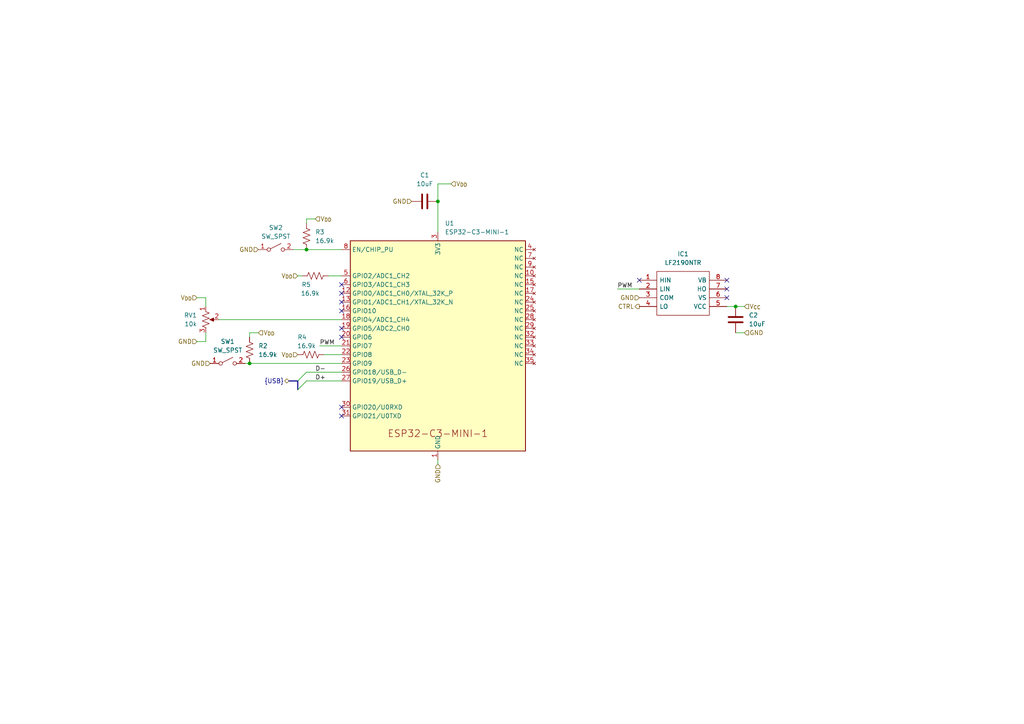
<source format=kicad_sch>
(kicad_sch (version 20211123) (generator eeschema)
  (paper "A4")
  (lib_symbols
    (symbol "Device:C" (pin_numbers hide) (pin_names (offset 0.254))
      (property "Reference" "C" (at 0.635 2.54 0))
      (property "Value" "C" (at 0.635 -2.54 0))
      (symbol "C_0_1"
        (polyline (pts (xy -2.032 -0.762) (xy 2.032 -0.762)) (stroke (width 0.508)))
        (polyline (pts (xy -2.032 0.762) (xy 2.032 0.762)) (stroke (width 0.508)))
      )
      (symbol "C_1_1"
        (pin passive line (at 0 3.81 270) (length 2.794) (name "~") (number "1"))
        (pin passive line (at 0 -3.81 90) (length 2.794) (name "~") (number "2"))
      )
    )
    (symbol "Device:R_Potentiometer_US" (pin_names (offset 1.016) hide)
      (property "Reference" "RV" (at -4.445 0 90))
      (property "Value" "R_Potentiometer_US" (at -2.54 0 90))
      (symbol "R_Potentiometer_US_0_1"
        (polyline (pts (xy 0 -2.286) (xy 0 -2.54)))
        (polyline (pts (xy 0 2.54) (xy 0 2.286)))
        (polyline (pts (xy 2.54 0) (xy 1.524 0)))
        (polyline (pts (xy 1.143 0) (xy 2.286 0.508) (xy 2.286 -0.508) (xy 1.143 0)) (fill (type outline)))
        (polyline (pts (xy 0 -0.762) (xy 1.016 -1.143) (xy 0 -1.524) (xy -1.016 -1.905) (xy 0 -2.286)))
        (polyline (pts (xy 0 0.762) (xy 1.016 0.381) (xy 0 0) (xy -1.016 -0.381) (xy 0 -0.762)))
        (polyline (pts (xy 0 2.286) (xy 1.016 1.905) (xy 0 1.524) (xy -1.016 1.143) (xy 0 0.762)))
      )
      (symbol "R_Potentiometer_US_1_1"
        (pin passive line (at 0 3.81 270) (length 1.27) (name "1") (number "1"))
        (pin passive line (at 3.81 0 180) (length 1.27) (name "2") (number "2"))
        (pin passive line (at 0 -3.81 90) (length 1.27) (name "3") (number "3"))
      )
    )
    (symbol "Device:R_US" (pin_numbers hide) (pin_names (offset 0))
      (property "Reference" "R" (at 2.54 0 90))
      (property "Value" "R_US" (at -2.54 0 90))
      (symbol "R_US_0_1"
        (polyline (pts (xy 0 -2.286) (xy 0 -2.54)))
        (polyline (pts (xy 0 2.286) (xy 0 2.54)))
        (polyline (pts (xy 0 -0.762) (xy 1.016 -1.143) (xy 0 -1.524) (xy -1.016 -1.905) (xy 0 -2.286)))
        (polyline (pts (xy 0 0.762) (xy 1.016 0.381) (xy 0 0) (xy -1.016 -0.381) (xy 0 -0.762)))
        (polyline (pts (xy 0 2.286) (xy 1.016 1.905) (xy 0 1.524) (xy -1.016 1.143) (xy 0 0.762)))
      )
      (symbol "R_US_1_1"
        (pin passive line (at 0 3.81 270) (length 1.27) (name "~") (number "1"))
        (pin passive line (at 0 -3.81 90) (length 1.27) (name "~") (number "2"))
      )
    )
    (symbol "Espressif:ESP32-C3-MINI-1"
      (property "Reference" "U" (at -25.4 35.56 0))
      (property "Value" "ESP32-C3-MINI-1" (at -25.4 33.02 0))
      (symbol "ESP32-C3-MINI-1_0_0"
        (text "ESP32-C3-MINI-1" (at 0 -25.4 0) (effects (font (size 2 2))))
      )
      (symbol "ESP32-C3-MINI-1_0_1"
        (rectangle (start -25.4 30.48) (end 25.4 -30.48) (stroke (width 0.254)) (fill (type background)))
      )
      (symbol "ESP32-C3-MINI-1_1_1"
        (pin power_in line (at 0 -33.02 90) (length 2.54) (name "GND") (number "1"))
        (pin no_connect line (at 27.94 20.32 180) (length 2.54) (name "NC") (number "10"))
        (pin passive line (at 0 -33.02 90) (length 2.54) hide (name "GND") (number "11"))
        (pin bidirectional line (at -27.94 15.24 0) (length 2.54) (name "GPIO0/ADC1_CH0/XTAL_32K_P") (number "12"))
        (pin bidirectional line (at -27.94 12.7 0) (length 2.54) (name "GPIO1/ADC1_CH1/XTAL_32K_N") (number "13"))
        (pin passive line (at 0 -33.02 90) (length 2.54) hide (name "GND") (number "14"))
        (pin no_connect line (at 27.94 17.78 180) (length 2.54) (name "NC") (number "15"))
        (pin bidirectional line (at -27.94 10.16 0) (length 2.54) (name "GPIO10") (number "16"))
        (pin no_connect line (at 27.94 15.24 180) (length 2.54) (name "NC") (number "17"))
        (pin bidirectional line (at -27.94 7.62 0) (length 2.54) (name "GPIO4/ADC1_CH4") (number "18"))
        (pin bidirectional line (at -27.94 5.08 0) (length 2.54) (name "GPIO5/ADC2_CH0") (number "19"))
        (pin passive line (at -0.0198 -33.1128 90) (length 2.54) hide (name "GND") (number "2"))
        (pin bidirectional line (at -27.94 2.54 0) (length 2.54) (name "GPIO6") (number "20"))
        (pin bidirectional line (at -27.94 0 0) (length 2.54) (name "GPIO7") (number "21"))
        (pin bidirectional line (at -27.94 -2.54 0) (length 2.54) (name "GPIO8") (number "22"))
        (pin bidirectional line (at -27.94 -5.08 0) (length 2.54) (name "GPIO9") (number "23"))
        (pin no_connect line (at 27.94 12.7 180) (length 2.54) (name "NC") (number "24"))
        (pin no_connect line (at 27.94 10.16 180) (length 2.54) (name "NC") (number "25"))
        (pin bidirectional line (at -27.94 -7.62 0) (length 2.54) (name "GPIO18/USB_D-") (number "26"))
        (pin bidirectional line (at -27.94 -10.16 0) (length 2.54) (name "GPIO19/USB_D+") (number "27"))
        (pin no_connect line (at 27.94 7.62 180) (length 2.54) (name "NC") (number "28"))
        (pin no_connect line (at 27.94 5.08 180) (length 2.54) (name "NC") (number "29"))
        (pin power_in line (at 0 33.02 270) (length 2.54) (name "3V3") (number "3"))
        (pin bidirectional line (at -27.94 -17.78 0) (length 2.54) (name "GPIO20/U0RXD") (number "30"))
        (pin bidirectional line (at -27.94 -20.32 0) (length 2.54) (name "GPIO21/U0TXD") (number "31"))
        (pin no_connect line (at 27.94 2.54 180) (length 2.54) (name "NC") (number "32"))
        (pin no_connect line (at 27.94 0 180) (length 2.54) (name "NC") (number "33"))
        (pin no_connect line (at 27.94 -2.54 180) (length 2.54) (name "NC") (number "34"))
        (pin no_connect line (at 27.94 -5.08 180) (length 2.54) (name "NC") (number "35"))
        (pin passive line (at -0.0198 -33.1128 90) (length 2.54) hide (name "GND") (number "36"))
        (pin passive line (at -0.0198 -33.1128 90) (length 2.54) hide (name "GND") (number "37"))
        (pin passive line (at -0.0198 -33.1128 90) (length 2.54) hide (name "GND") (number "38"))
        (pin passive line (at -0.0198 -33.1128 90) (length 2.54) hide (name "GND") (number "39"))
        (pin no_connect line (at 27.94 27.94 180) (length 2.54) (name "NC") (number "4"))
        (pin passive line (at -0.0198 -33.1128 90) (length 2.54) hide (name "GND") (number "40"))
        (pin passive line (at -0.0198 -33.1128 90) (length 2.54) hide (name "GND") (number "41"))
        (pin passive line (at -0.0198 -33.1128 90) (length 2.54) hide (name "GND") (number "42"))
        (pin passive line (at -0.0198 -33.1128 90) (length 2.54) hide (name "GND") (number "43"))
        (pin passive line (at -0.0198 -33.1128 90) (length 2.54) hide (name "GND") (number "44"))
        (pin passive line (at -0.0198 -33.1128 90) (length 2.54) hide (name "GND") (number "45"))
        (pin passive line (at -0.0198 -33.1128 90) (length 2.54) hide (name "GND") (number "46"))
        (pin passive line (at -0.0198 -33.1128 90) (length 2.54) hide (name "GND") (number "47"))
        (pin passive line (at -0.0198 -33.1128 90) (length 2.54) hide (name "GND") (number "48"))
        (pin passive line (at -0.0198 -33.1128 90) (length 2.54) hide (name "GND") (number "49"))
        (pin bidirectional line (at -27.94 20.32 0) (length 2.54) (name "GPIO2/ADC1_CH2") (number "5"))
        (pin passive line (at -0.0198 -33.1128 90) (length 2.54) hide (name "GND") (number "50"))
        (pin passive line (at -0.0198 -33.1128 90) (length 2.54) hide (name "GND") (number "51"))
        (pin passive line (at -0.0198 -33.1128 90) (length 2.54) hide (name "GND") (number "52"))
        (pin passive line (at -0.0198 -33.1128 90) (length 2.54) hide (name "GND") (number "53"))
        (pin bidirectional line (at -27.94 17.78 0) (length 2.54) (name "GPIO3/ADC1_CH3") (number "6"))
        (pin no_connect line (at 27.94 25.4 180) (length 2.54) (name "NC") (number "7"))
        (pin input line (at -27.94 27.94 0) (length 2.54) (name "EN/CHIP_PU") (number "8"))
        (pin no_connect line (at 27.94 22.86 180) (length 2.54) (name "NC") (number "9"))
      )
    )
    (symbol "LF2190NTR:LF2190NTR" (pin_names (offset 0.762))
      (property "Reference" "IC" (at 21.59 7.62 0))
      (property "Value" "LF2190NTR" (at 21.59 5.08 0))
      (symbol "LF2190NTR_0_0"
        (pin passive line (at 0 0 0) (length 5.08) (name "HIN") (number "1"))
        (pin passive line (at 0 -2.54 0) (length 5.08) (name "LIN") (number "2"))
        (pin passive line (at 0 -5.08 0) (length 5.08) (name "COM") (number "3"))
        (pin passive line (at 0 -7.62 0) (length 5.08) (name "LO") (number "4"))
        (pin passive line (at 25.4 -7.62 180) (length 5.08) (name "VCC") (number "5"))
        (pin passive line (at 25.4 -5.08 180) (length 5.08) (name "VS") (number "6"))
        (pin passive line (at 25.4 -2.54 180) (length 5.08) (name "HO") (number "7"))
        (pin passive line (at 25.4 0 180) (length 5.08) (name "VB") (number "8"))
      )
      (symbol "LF2190NTR_0_1"
        (polyline (pts (xy 5.08 2.54) (xy 20.32 2.54) (xy 20.32 -10.16) (xy 5.08 -10.16) (xy 5.08 2.54)) (stroke (width 0.1524)))
      )
    )
    (symbol "Switch:SW_SPST" (pin_names (offset 0) hide)
      (property "Reference" "SW" (at 0 3.175 0))
      (property "Value" "SW_SPST" (at 0 -2.54 0))
      (symbol "SW_SPST_0_0"
        (circle (center -2.032 0) (radius 0.508))
        (polyline (pts (xy -1.524 0.254) (xy 1.524 1.778)))
        (circle (center 2.032 0) (radius 0.508))
      )
      (symbol "SW_SPST_1_1"
        (pin passive line (at -5.08 0 0) (length 2.54) (name "A") (number "1"))
        (pin passive line (at 5.08 0 180) (length 2.54) (name "B") (number "2"))
      )
    )
  )
  (bus_alias "USB" (members "D+" "D-"))
  (junction (at 213.36 88.9))
  (junction (at 88.9 72.39))
  (junction (at 72.39 105.41))
  (junction (at 127 58.42))
  (no_connect (at 99.06 87.63))
  (no_connect (at 210.82 83.82))
  (no_connect (at 99.06 90.17))
  (no_connect (at 99.06 118.11))
  (no_connect (at 99.06 82.55))
  (no_connect (at 99.06 85.09))
  (no_connect (at 99.06 97.79))
  (no_connect (at 99.06 120.65))
  (no_connect (at 210.82 81.28))
  (no_connect (at 210.82 86.36))
  (no_connect (at 185.42 81.28))
  (no_connect (at 99.06 95.25))
  (bus_entry (at 86.36 110.49) (size 2.54 -2.54))
  (bus_entry (at 86.36 113.03) (size 2.54 -2.54))
  (wire (pts (xy 72.39 96.52) (xy 72.39 97.79)))
  (wire (pts (xy 88.9 110.49) (xy 99.06 110.49)))
  (wire (pts (xy 88.9 63.5) (xy 88.9 64.77)))
  (wire (pts (xy 72.39 105.41) (xy 71.12 105.41)))
  (wire (pts (xy 86.36 80.01) (xy 87.63 80.01)))
  (bus (pts (xy 83.82 110.49) (xy 86.36 110.49)))
  (wire (pts (xy 99.06 80.01) (xy 95.25 80.01)))
  (wire (pts (xy 127 133.35) (xy 127 134.62)))
  (wire (pts (xy 213.36 96.52) (xy 215.9 96.52)))
  (wire (pts (xy 99.06 72.39) (xy 88.9 72.39)))
  (wire (pts (xy 127 58.42) (xy 127 53.34)))
  (wire (pts (xy 127 53.34) (xy 130.81 53.34)))
  (wire (pts (xy 127 67.31) (xy 127 58.42)))
  (wire (pts (xy 88.9 107.95) (xy 99.06 107.95)))
  (wire (pts (xy 215.9 88.9) (xy 213.36 88.9)))
  (wire (pts (xy 88.9 72.39) (xy 85.09 72.39)))
  (bus (pts (xy 86.36 113.03) (xy 86.36 110.49)))
  (wire (pts (xy 57.15 86.36) (xy 59.69 86.36)))
  (wire (pts (xy 59.69 96.52) (xy 59.69 99.06)))
  (wire (pts (xy 72.39 105.41) (xy 99.06 105.41)))
  (wire (pts (xy 63.5 92.71) (xy 99.06 92.71)))
  (wire (pts (xy 59.69 86.36) (xy 59.69 88.9)))
  (wire (pts (xy 59.69 99.06) (xy 57.15 99.06)))
  (wire (pts (xy 74.93 96.52) (xy 72.39 96.52)))
  (wire (pts (xy 179.07 83.82) (xy 185.42 83.82)))
  (wire (pts (xy 213.36 88.9) (xy 210.82 88.9)))
  (wire (pts (xy 92.71 100.33) (xy 99.06 100.33)))
  (wire (pts (xy 91.44 63.5) (xy 88.9 63.5)))
  (wire (pts (xy 99.06 102.87) (xy 93.98 102.87)))
  (label "D-" (at 91.44 107.95 0))
  (label "PWM" (at 92.71 100.33 0))
  (label "PWM" (at 179.07 83.82 0))
  (label "D+" (at 91.44 110.49 0))
  (hierarchical_label "V_{DD}" (shape input) (at 86.36 102.87 180))
  (hierarchical_label "GND" (shape input) (at 119.38 58.42 180))
  (hierarchical_label "V_{CC}" (shape input) (at 215.9 88.9 0))
  (hierarchical_label "V_{DD}" (shape input) (at 91.44 63.5 0))
  (hierarchical_label "GND" (shape input) (at 57.15 99.06 180))
  (hierarchical_label "GND" (shape input) (at 185.42 86.36 180))
  (hierarchical_label "V_{DD}" (shape input) (at 57.15 86.36 180))
  (hierarchical_label "GND" (shape input) (at 127 134.62 270))
  (hierarchical_label "{USB}" (shape bidirectional) (at 83.82 110.49 180))
  (hierarchical_label "V_{DD}" (shape input) (at 130.81 53.34 0))
  (hierarchical_label "GND" (shape input) (at 60.96 105.41 180))
  (hierarchical_label "CTRL" (shape output) (at 185.42 88.9 180))
  (hierarchical_label "GND" (shape input) (at 215.9 96.52 0))
  (hierarchical_label "V_{DD}" (shape input) (at 86.36 80.01 180))
  (hierarchical_label "GND" (shape input) (at 74.93 72.39 180))
  (hierarchical_label "V_{DD}" (shape input) (at 74.93 96.52 0))
  (symbol (lib_id "LF2190NTR:LF2190NTR") (at 185.42 81.28 0) (unit 1)
    (property "Reference" "IC1" (at 198.12 73.66 0))
    (property "Value" "LF2190NTR" (at 198.12 76.2 0))
    (property "Footprint" "LF2190:SOIC127P600X175-8N" (effects hide))
    (property "Datasheet" "https://www.littelfuse.com/~/media/electronics/datasheets/power_semiconductors/littelfuse_gate_drivers_lf2190n_datasheet.pdf.pdf" (effects hide))
    (property "Description" "High Side and Low Side Drivers Series" (effects hide))
    (property "Height" "1.75" (effects hide))
    (property "Mouser Part Number" "747-LF2190NTR" (effects hide))
    (property "Mouser Price/Stock" "https://www.mouser.co.uk/ProductDetail/IXYS/LF2190NTR?qs=QNEnbhJQKvbwbLtYUm6EuQ%3D%3D" (effects hide))
    (property "Manufacturer_Name" "LITTELFUSE" (effects hide))
    (property "Manufacturer_Part_Number" "LF2190NTR" (effects hide))
  )
  (symbol (lib_id "Switch:SW_SPST") (at 66.04 105.41 0) (unit 1)
    (property "Reference" "SW1" (at 66.04 99.06 0))
    (property "Value" "SW_SPST" (at 66.04 101.6 0))
    (property "Footprint" "Button_Switch_SMD:SW_Push_1P1T_NO_Vertical_Wuerth_434133025816" (effects hide))
  )
  (symbol (lib_id "Device:C") (at 123.19 58.42 90) (unit 1)
    (property "Reference" "C1" (at 123.19 50.8 90))
    (property "Value" "10uF" (at 123.19 53.34 90))
    (property "Footprint" "Capacitor_SMD:C_1206_3216Metric" (effects hide))
  )
  (symbol (lib_id "Device:R_US") (at 90.17 102.87 90) (unit 1)
    (property "Reference" "R4" (at 87.63 97.79 90))
    (property "Value" "16.9k" (at 88.9 100.33 90))
    (property "Footprint" "Resistor_SMD:R_1206_3216Metric" (effects hide))
  )
  (symbol (lib_id "Device:C") (at 213.36 92.71 180) (unit 1)
    (property "Reference" "C2" (at 217.17 91.4399 0) (effects (justify right)))
    (property "Value" "10uF" (at 217.17 93.9799 0) (effects (justify right)))
    (property "Footprint" "Capacitor_SMD:C_1206_3216Metric" (effects hide))
  )
  (symbol (lib_id "Switch:SW_SPST") (at 80.01 72.39 0) (unit 1)
    (property "Reference" "SW2" (at 80.01 66.04 0))
    (property "Value" "SW_SPST" (at 80.01 68.58 0))
    (property "Footprint" "Button_Switch_SMD:SW_Push_1P1T_NO_Vertical_Wuerth_434133025816" (effects hide))
  )
  (symbol (lib_id "Device:R_US") (at 72.39 101.6 0) (unit 1)
    (property "Reference" "R2" (at 74.93 100.3299 0) (effects (justify left)))
    (property "Value" "16.9k" (at 74.93 102.8699 0) (effects (justify left)))
    (property "Footprint" "Resistor_SMD:R_1206_3216Metric" (effects hide))
  )
  (symbol (lib_id "Device:R_Potentiometer_US") (at 59.69 92.71 0) (unit 1)
    (property "Reference" "RV1" (at 57.15 91.4399 0) (effects (justify right)))
    (property "Value" "10k" (at 57.15 93.9799 0) (effects (justify right)))
    (property "Footprint" "Potentiometer_THT:Potentiometer_Alps_RK09Y11_Single_Horizontal" (effects hide))
  )
  (symbol (lib_id "Device:R_US") (at 91.44 80.01 90) (unit 1)
    (property "Reference" "R5" (at 90.17 82.55 90) (effects (justify left)))
    (property "Value" "16.9k" (at 92.71 85.09 90) (effects (justify left)))
    (property "Footprint" "Resistor_SMD:R_1206_3216Metric" (effects hide))
  )
  (symbol (lib_id "Espressif:ESP32-C3-MINI-1") (at 127 100.33 0) (unit 1)
    (property "Reference" "U1" (at 129.0194 64.77 0) (effects (justify left)))
    (property "Value" "ESP32-C3-MINI-1" (at 129.0194 67.31 0) (effects (justify left)))
    (property "Footprint" "Espressif:ESP32-C3-MINI-1" (effects hide))
    (property "Datasheet" "https://www.espressif.com/sites/default/files/documentation/esp32-c3-mini-1_datasheet_en.pdf" (effects hide))
  )
  (symbol (lib_id "Device:R_US") (at 88.9 68.58 0) (unit 1)
    (property "Reference" "R3" (at 91.44 67.3099 0) (effects (justify left)))
    (property "Value" "16.9k" (at 91.44 69.8499 0) (effects (justify left)))
    (property "Footprint" "Resistor_SMD:R_1206_3216Metric" (effects hide))
  )
)
</source>
